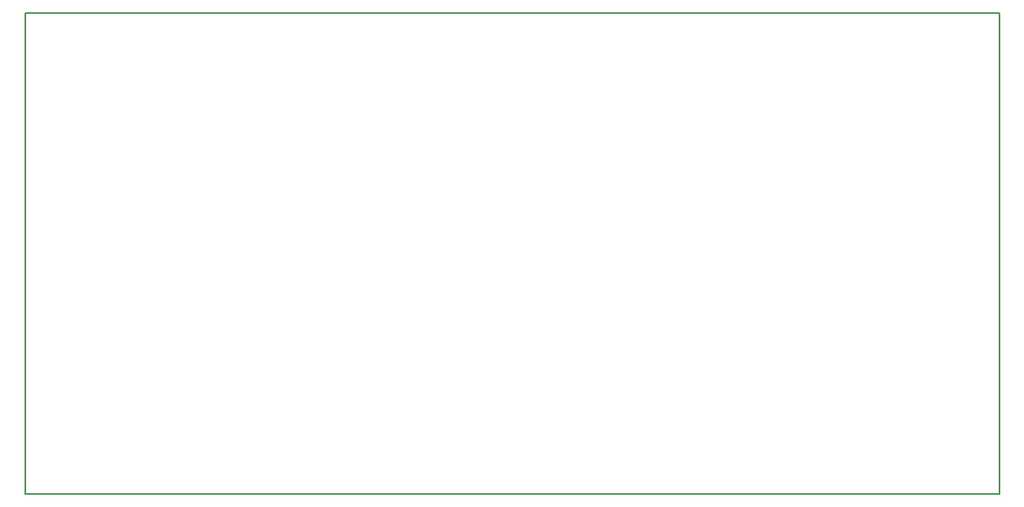
<source format=gm1>
G04 #@! TF.FileFunction,Profile,NP*
%FSLAX46Y46*%
G04 Gerber Fmt 4.6, Leading zero omitted, Abs format (unit mm)*
G04 Created by KiCad (PCBNEW 4.0.6) date Sat Sep  9 23:12:20 2017*
%MOMM*%
%LPD*%
G01*
G04 APERTURE LIST*
%ADD10C,0.100000*%
%ADD11C,0.150000*%
G04 APERTURE END LIST*
D10*
D11*
X13000000Y-63500000D02*
X13000000Y-13500000D01*
X114000000Y-63500000D02*
X13000000Y-63500000D01*
X114000000Y-13500000D02*
X114000000Y-63500000D01*
X13000000Y-13500000D02*
X114000000Y-13500000D01*
M02*

</source>
